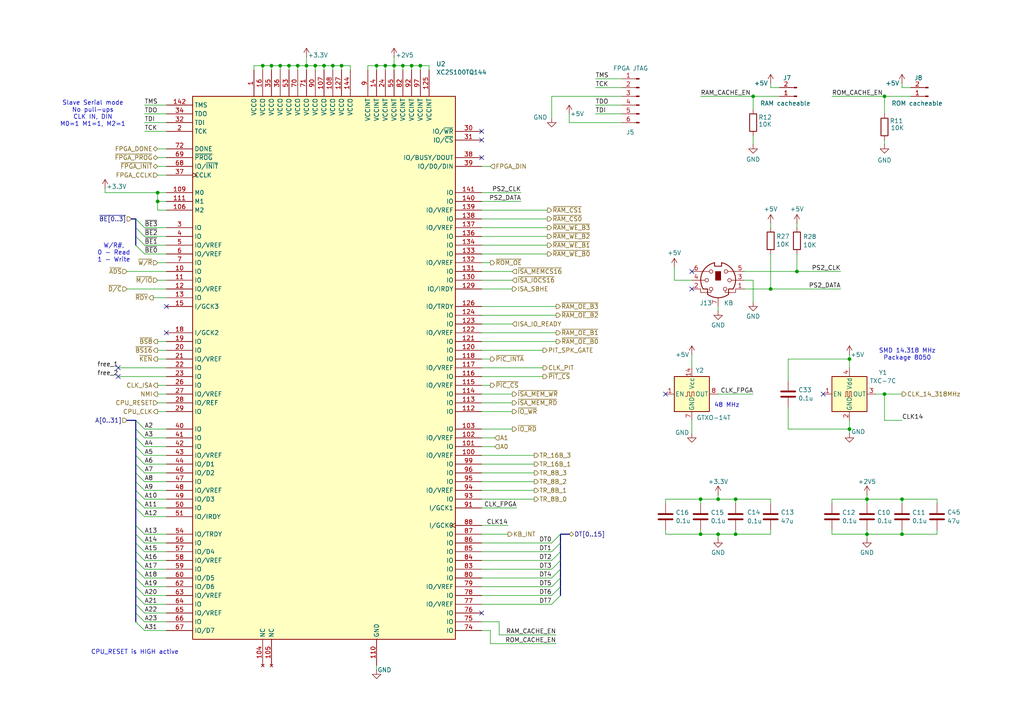
<source format=kicad_sch>
(kicad_sch (version 20250114) (generator "eeschema") (generator_version "9.0")
  (paper "A4")
  (title_block (title "486 Homebrew Computer") (date "2025-12-15") (rev "1 (sch 2.0)") (company "maniek86.xyz"))
  (lib_symbols
    (symbol "Connector:Conn_01x02_Pin" (pin_names (offset 1.016) (hide yes))
      (property "Reference" "J" (at 0 2.54 0))
      (property "Value" "Conn_01x02_Pin" (at 0 -5.08 0))
      (symbol "Conn_01x02_Pin_1_1"
        (pin passive line (at 5.08 0 180) (length 3.81) (name "Pin_1") (number "1"))
        (pin passive line (at 5.08 -2.54 180) (length 3.81) (name "Pin_2") (number "2"))
      )
    )
    (symbol "Connector:Conn_01x06_Pin" (pin_names (offset 1.016) (hide yes))
      (property "Reference" "J" (at 0 7.62 0))
      (property "Value" "Conn_01x06_Pin" (at 0 -10.16 0))
      (symbol "Conn_01x06_Pin_1_1"
        (pin passive line (at 5.08 5.08 180) (length 3.81) (name "Pin_1") (number "1"))
        (pin passive line (at 5.08 2.54 180) (length 3.81) (name "Pin_2") (number "2"))
        (pin passive line (at 5.08 0 180) (length 3.81) (name "Pin_3") (number "3"))
        (pin passive line (at 5.08 -2.54 180) (length 3.81) (name "Pin_4") (number "4"))
        (pin passive line (at 5.08 -5.08 180) (length 3.81) (name "Pin_5") (number "5"))
        (pin passive line (at 5.08 -7.62 180) (length 3.81) (name "Pin_6") (number "6"))
      )
    )
    (symbol "Connector:Mini-DIN-6" (pin_names (offset 1.016))
      (property "Reference" "J13" (at -3.556 -6.604 0))
      (property "Value" "KB" (at 3.048 -6.604 0))
      (symbol "Mini-DIN-6_1_1"
        (pin passive line (at -7.62 2.54 0) (length 2.54) (name "~") (number "6"))
        (pin passive line (at -7.62 0 0) (length 2.54) (name "~") (number "4"))
        (pin passive line (at -7.62 -2.54 0) (length 2.54) (name "~") (number "2"))
        (pin input line (at 0 -7.62 90) (length 2.54) (name "") (number "7"))
        (pin passive line (at 7.62 2.54 180) (length 2.54) (name "~") (number "5"))
        (pin passive line (at 7.62 0 180) (length 2.54) (name "~") (number "3"))
        (pin passive line (at 7.62 -2.54 180) (length 2.54) (name "~") (number "1"))
      )
    )
    (symbol "Device:C" (pin_numbers (hide yes)) (pin_names (offset 0.254))
      (property "Reference" "C" (at 0.635 2.54 0))
      (property "Value" "C" (at 0.635 -2.54 0))
      (symbol "C_1_1"
        (pin passive line (at 0 3.81 270) (length 2.794) (name "~") (number "1"))
        (pin passive line (at 0 -3.81 90) (length 2.794) (name "~") (number "2"))
      )
    )
    (symbol "Device:R" (pin_numbers (hide yes)) (pin_names (offset 0))
      (property "Reference" "R" (at 2.032 0 90))
      (property "Value" "R" (at 0 0 90))
      (symbol "R_1_1"
        (pin passive line (at 0 3.81 270) (length 1.27) (name "~") (number "1"))
        (pin passive line (at 0 -3.81 90) (length 1.27) (name "~") (number "2"))
      )
    )
    (symbol "Oscillator:GTXO-14T" (pin_names (offset 0.254))
      (property "Reference" "Y" (at -5.08 6.35 0))
      (property "Value" "GTXO-14T" (at 1.27 -6.35 0))
      (symbol "GTXO-14T_1_1"
        (pin input line (at -7.62 0 0) (length 2.54) (name "EN") (number "1"))
        (pin power_in line (at 0 7.62 270) (length 2.54) (name "Vcc") (number "14"))
        (pin power_in line (at 0 -7.62 90) (length 2.54) (name "GND") (number "7"))
        (pin output line (at 7.62 0 180) (length 2.54) (name "OUT") (number "8"))
      )
    )
    (symbol "Oscillator:TXC-7C" (pin_names (offset 0.254))
      (property "Reference" "Y" (at -5.08 6.35 0))
      (property "Value" "TXC-7C" (at 1.27 -6.35 0))
      (symbol "TXC-7C_1_1"
        (pin input line (at -7.62 0 0) (length 2.54) (name "EN") (number "1"))
        (pin power_in line (at 0 7.62 270) (length 2.54) (name "Vdd") (number "4"))
        (pin power_in line (at 0 -7.62 90) (length 2.54) (name "GND") (number "2"))
        (pin output line (at 7.62 0 180) (length 2.54) (name "OUT") (number "3"))
      )
    )
    (symbol "power:+2V5" (power) (pin_numbers (hide yes)) (pin_names (offset 0) (hide yes))
      (property "Value" "+2V5" (at 0 3.556 0))
      (symbol "+2V5_1_1"
        (pin power_in line (at 0 0 90) (length 0) (name "~") (number "1"))
      )
    )
    (symbol "power:+3.3V" (power) (pin_numbers (hide yes)) (pin_names (offset 0) (hide yes))
      (property "Value" "+3.3V" (at 0 3.556 0))
      (symbol "+3.3V_1_1"
        (pin power_in line (at 0 0 90) (length 0) (name "~") (number "1"))
      )
    )
    (symbol "power:+5V" (power) (pin_numbers (hide yes)) (pin_names (offset 0) (hide yes))
      (property "Value" "+5V" (at 0 3.556 0))
      (symbol "+5V_1_1"
        (pin power_in line (at 0 0 90) (length 0) (name "~") (number "1"))
      )
    )
    (symbol "power:GND" (power) (pin_numbers (hide yes)) (pin_names (offset 0) (hide yes))
      (property "Value" "GND" (at 0 -3.81 0))
      (symbol "GND_1_1"
        (pin power_in line (at 0 0 270) (length 0) (name "~") (number "1"))
      )
    )
    (symbol "sbc486_additional:xc2s100-tqfp144-fix"
      (property "Reference" "U" (at 33.2713 80.3501 0))
      (property "Value" "XC2S100TQ144" (at -30.2287 80.6041 0))
      (symbol "xc2s100-tqfp144-fix_1_1"
        (pin input line (at -45.72 76.2 0) (length 7.62) (name "TMS") (number "142"))
        (pin output line (at -45.72 73.66 0) (length 7.62) (name "TDO") (number "34"))
        (pin input line (at -45.72 71.12 0) (length 7.62) (name "TDI") (number "32"))
        (pin input line (at -45.72 68.58 0) (length 7.62) (name "TCK") (number "2"))
        (pin open_collector line (at -45.72 63.5 0) (length 7.62) (name "DONE") (number "72"))
        (pin input line (at -45.72 60.96 0) (length 7.62) (name "~{PROG}") (number "69"))
        (pin bidirectional line (at -45.72 58.42 0) (length 7.62) (name "IO/~{INIT}") (number "68"))
        (pin input clock (at -45.72 55.88 0) (length 7.62) (name "CCLK") (number "37"))
        (pin input line (at -45.72 50.8 0) (length 7.62) (name "M0") (number "109"))
        (pin input line (at -45.72 48.26 0) (length 7.62) (name "M1") (number "111"))
        (pin input line (at -45.72 45.72 0) (length 7.62) (name "M2") (number "106"))
        (pin bidirectional line (at -45.72 40.64 0) (length 7.62) (name "IO") (number "3"))
        (pin bidirectional line (at -45.72 38.1 0) (length 7.62) (name "IO") (number "4"))
        (pin bidirectional line (at -45.72 35.56 0) (length 7.62) (name "IO/VREF") (number "5"))
        (pin bidirectional line (at -45.72 33.02 0) (length 7.62) (name "IO/VREF") (number "6"))
        (pin bidirectional line (at -45.72 30.48 0) (length 7.62) (name "IO") (number "7"))
        (pin bidirectional line (at -45.72 27.94 0) (length 7.62) (name "IO") (number "10"))
        (pin bidirectional line (at -45.72 25.4 0) (length 7.62) (name "IO") (number "11"))
        (pin bidirectional line (at -45.72 22.86 0) (length 7.62) (name "IO/VREF") (number "12"))
        (pin bidirectional line (at -45.72 20.32 0) (length 7.62) (name "IO") (number "13"))
        (pin input line (at -45.72 17.78 0) (length 7.62) (name "I/GCK3") (number "15"))
        (pin input line (at -45.72 10.16 0) (length 7.62) (name "I/GCK2") (number "18"))
        (pin bidirectional line (at -45.72 7.62 0) (length 7.62) (name "IO") (number "19"))
        (pin bidirectional line (at -45.72 5.08 0) (length 7.62) (name "IO") (number "20"))
        (pin bidirectional line (at -45.72 2.54 0) (length 7.62) (name "IO/VREF") (number "21"))
        (pin bidirectional line (at -45.72 0 0) (length 7.62) (name "IO") (number "22"))
        (pin bidirectional line (at -45.72 -2.54 0) (length 7.62) (name "IO") (number "23"))
        (pin bidirectional line (at -45.72 -5.08 0) (length 7.62) (name "IO") (number "26"))
        (pin bidirectional line (at -45.72 -7.62 0) (length 7.62) (name "IO/VREF") (number "27"))
        (pin bidirectional line (at -45.72 -10.16 0) (length 7.62) (name "IO/REF") (number "28"))
        (pin bidirectional line (at -45.72 -12.7 0) (length 7.62) (name "IO") (number "29"))
        (pin bidirectional line (at -45.72 -17.78 0) (length 7.62) (name "IO") (number "40"))
        (pin bidirectional line (at -45.72 -20.32 0) (length 7.62) (name "IO") (number "41"))
        (pin bidirectional line (at -45.72 -22.86 0) (length 7.62) (name "IO") (number "42"))
        (pin bidirectional line (at -45.72 -25.4 0) (length 7.62) (name "IO/VREF") (number "43"))
        (pin bidirectional line (at -45.72 -27.94 0) (length 7.62) (name "IO/D1") (number "44"))
        (pin bidirectional line (at -45.72 -30.48 0) (length 7.62) (name "IO/D2") (number "46"))
        (pin bidirectional line (at -45.72 -33.02 0) (length 7.62) (name "IO") (number "47"))
        (pin bidirectional line (at -45.72 -35.56 0) (length 7.62) (name "IO/VREF") (number "48"))
        (pin bidirectional line (at -45.72 -38.1 0) (length 7.62) (name "IO/D3") (number "49"))
        (pin bidirectional line (at -45.72 -40.64 0) (length 7.62) (name "IO") (number "50"))
        (pin bidirectional line (at -45.72 -43.18 0) (length 7.62) (name "IO/IRDY") (number "51"))
        (pin bidirectional line (at -45.72 -48.26 0) (length 7.62) (name "IO/TRDY") (number "54"))
        (pin bidirectional line (at -45.72 -50.8 0) (length 7.62) (name "IO") (number "56"))
        (pin bidirectional line (at -45.72 -53.34 0) (length 7.62) (name "IO/D4") (number "57"))
        (pin bidirectional line (at -45.72 -55.88 0) (length 7.62) (name "IO/VREF") (number "58"))
        (pin bidirectional line (at -45.72 -58.42 0) (length 7.62) (name "IO") (number "59"))
        (pin bidirectional line (at -45.72 -60.96 0) (length 7.62) (name "IO/D5") (number "60"))
        (pin bidirectional line (at -45.72 -63.5 0) (length 7.62) (name "IO/D6") (number "62"))
        (pin bidirectional line (at -45.72 -66.04 0) (length 7.62) (name "IO/VREF") (number "63"))
        (pin bidirectional line (at -45.72 -68.58 0) (length 7.62) (name "IO") (number "64"))
        (pin bidirectional line (at -45.72 -71.12 0) (length 7.62) (name "IO/VREF") (number "65"))
        (pin bidirectional line (at -45.72 -73.66 0) (length 7.62) (name "IO") (number "66"))
        (pin bidirectional line (at -45.72 -76.2 0) (length 7.62) (name "IO/D7") (number "67"))
        (pin power_in line (at -20.32 86.36 270) (length 7.62) (name "VCCO") (number "1"))
        (pin power_in line (at -17.78 86.36 270) (length 7.62) (name "VCCO") (number "16"))
        (pin no_connect line (at -17.78 -86.36 90) (length 7.62) (name "NC") (number "104"))
        (pin power_in line (at -15.24 86.36 270) (length 7.62) (name "VCCO") (number "35"))
        (pin no_connect line (at -15.24 -86.36 90) (length 7.62) (name "NC") (number "105"))
        (pin power_in line (at -12.7 86.36 270) (length 7.62) (name "VCCO") (number "36"))
        (pin power_in line (at -10.16 86.36 270) (length 7.62) (name "VCCO") (number "53"))
        (pin power_in line (at -7.62 86.36 270) (length 7.62) (name "VCCO") (number "70"))
        (pin power_in line (at -5.08 86.36 270) (length 7.62) (name "VCCO") (number "71"))
        (pin power_in line (at -2.54 86.36 270) (length 7.62) (name "VCCO") (number "90"))
        (pin power_in line (at 0 86.36 270) (length 7.62) (name "VCCO") (number "107"))
        (pin power_in line (at 2.54 86.36 270) (length 7.62) (name "VCCO") (number "108"))
        (pin power_in line (at 5.08 86.36 270) (length 7.62) (name "VCCO") (number "127"))
        (pin passive line (at 7.62 86.36 270) (length 7.62) (name "VCCO") (number "144"))
        (pin power_in line (at 12.7 86.36 270) (length 7.62) (name "VCCINT") (number "9"))
        (pin power_in line (at 15.24 86.36 270) (length 7.62) (name "VCCINT") (number "14"))
        (pin power_in line (at 15.24 -86.36 90) (length 7.62) (name "GND") (number "110"))
        (pin passive line (at 15.24 -86.36 90) (length 7.62) (hide yes) (name "GND") (number "119"))
        (pin passive line (at 15.24 -86.36 90) (length 7.62) (hide yes) (name "GND") (number "128"))
        (pin passive line (at 15.24 -86.36 90) (length 7.62) (hide yes) (name "GND") (number "135"))
        (pin passive line (at 15.24 -86.36 90) (length 7.62) (hide yes) (name "GND") (number "143"))
        (pin passive line (at 15.24 -86.36 90) (length 7.62) (hide yes) (name "GND") (number "17"))
        (pin passive line (at 15.24 -86.36 90) (length 7.62) (hide yes) (name "GND") (number "25"))
        (pin passive line (at 15.24 -86.36 90) (length 7.62) (hide yes) (name "GND") (number "33"))
        (pin passive line (at 15.24 -86.36 90) (length 7.62) (hide yes) (name "GND") (number "45"))
        (pin passive line (at 15.24 -86.36 90) (length 7.62) (hide yes) (name "GND") (number "52"))
        (pin passive line (at 15.24 -86.36 90) (length 7.62) (hide yes) (name "GND") (number "61"))
        (pin passive line (at 15.24 -86.36 90) (length 7.62) (hide yes) (name "GND") (number "73"))
        (pin passive line (at 15.24 -86.36 90) (length 7.62) (hide yes) (name "GND") (number "8"))
        (pin passive line (at 15.24 -86.36 90) (length 7.62) (hide yes) (name "GND") (number "81"))
        (pin passive line (at 15.24 -86.36 90) (length 7.62) (hide yes) (name "GND") (number "89"))
        (pin passive line (at 15.24 -86.36 90) (length 7.62) (hide yes) (name "GND") (number "98"))
        (pin power_in line (at 17.78 86.36 270) (length 7.62) (name "VCCINT") (number "24"))
        (pin power_in line (at 20.32 86.36 270) (length 7.62) (name "VCCINT") (number "55"))
        (pin power_in line (at 22.86 86.36 270) (length 7.62) (name "VCCINT") (number "82"))
        (pin power_in line (at 25.4 86.36 270) (length 7.62) (name "VCCINT") (number "92"))
        (pin power_in line (at 27.94 86.36 270) (length 7.62) (name "VCCINT") (number "97"))
        (pin power_in line (at 30.48 86.36 270) (length 7.62) (name "VCCINT") (number "125"))
        (pin bidirectional line (at 45.72 68.58 180) (length 7.62) (name "IO/~{WR}") (number "30"))
        (pin bidirectional line (at 45.72 66.04 180) (length 7.62) (name "IO/~{CS}") (number "31"))
        (pin output line (at 45.72 60.96 180) (length 7.62) (name "IO/BUSY/DOUT") (number "38"))
        (pin bidirectional line (at 45.72 58.42 180) (length 7.62) (name "IO/D0/DIN") (number "39"))
        (pin bidirectional line (at 45.72 50.8 180) (length 7.62) (name "IO") (number "141"))
        (pin bidirectional line (at 45.72 48.26 180) (length 7.62) (name "IO") (number "140"))
        (pin bidirectional line (at 45.72 45.72 180) (length 7.62) (name "IO/VREF") (number "139"))
        (pin bidirectional line (at 45.72 43.18 180) (length 7.62) (name "IO") (number "138"))
        (pin bidirectional line (at 45.72 40.64 180) (length 7.62) (name "IO/VREF") (number "137"))
        (pin bidirectional line (at 45.72 38.1 180) (length 7.62) (name "IO") (number "136"))
        (pin bidirectional line (at 45.72 35.56 180) (length 7.62) (name "IO") (number "134"))
        (pin bidirectional line (at 45.72 33.02 180) (length 7.62) (name "IO") (number "133"))
        (pin bidirectional line (at 45.72 30.48 180) (length 7.62) (name "IO/VREF") (number "132"))
        (pin bidirectional line (at 45.72 27.94 180) (length 7.62) (name "IO") (number "131"))
        (pin bidirectional line (at 45.72 25.4 180) (length 7.62) (name "IO") (number "130"))
        (pin bidirectional line (at 45.72 22.86 180) (length 7.62) (name "IO/IRDY") (number "129"))
        (pin bidirectional line (at 45.72 17.78 180) (length 7.62) (name "IO/TRDY") (number "126"))
        (pin bidirectional line (at 45.72 15.24 180) (length 7.62) (name "IO") (number "124"))
        (pin bidirectional line (at 45.72 12.7 180) (length 7.62) (name "IO") (number "123"))
        (pin bidirectional line (at 45.72 10.16 180) (length 7.62) (name "IO/VREF") (number "122"))
        (pin bidirectional line (at 45.72 7.62 180) (length 7.62) (name "IO") (number "121"))
        (pin bidirectional line (at 45.72 5.08 180) (length 7.62) (name "IO") (number "120"))
        (pin bidirectional line (at 45.72 2.54 180) (length 7.62) (name "IO") (number "118"))
        (pin bidirectional line (at 45.72 0 180) (length 7.62) (name "IO/VREF") (number "117"))
        (pin bidirectional line (at 45.72 -2.54 180) (length 7.62) (name "IO") (number "116"))
        (pin bidirectional line (at 45.72 -5.08 180) (length 7.62) (name "IO/VREF") (number "115"))
        (pin bidirectional line (at 45.72 -7.62 180) (length 7.62) (name "IO") (number "114"))
        (pin bidirectional line (at 45.72 -10.16 180) (length 7.62) (name "IO") (number "113"))
        (pin bidirectional line (at 45.72 -12.7 180) (length 7.62) (name "IO") (number "112"))
        (pin bidirectional line (at 45.72 -17.78 180) (length 7.62) (name "IO") (number "103"))
        (pin bidirectional line (at 45.72 -20.32 180) (length 7.62) (name "IO/VREF") (number "102"))
        (pin bidirectional line (at 45.72 -22.86 180) (length 7.62) (name "IO") (number "101"))
        (pin bidirectional line (at 45.72 -25.4 180) (length 7.62) (name "IO/VREF") (number "100"))
        (pin bidirectional line (at 45.72 -27.94 180) (length 7.62) (name "IO") (number "99"))
        (pin bidirectional line (at 45.72 -30.48 180) (length 7.62) (name "IO") (number "96"))
        (pin bidirectional line (at 45.72 -33.02 180) (length 7.62) (name "IO") (number "95"))
        (pin bidirectional line (at 45.72 -35.56 180) (length 7.62) (name "IO/VREF") (number "94"))
        (pin bidirectional line (at 45.72 -38.1 180) (length 7.62) (name "IO") (number "93"))
        (pin input line (at 45.72 -40.64 180) (length 7.62) (name "I/GCK1") (number "91"))
        (pin input clock (at 45.72 -45.72 180) (length 7.62) (name "I/GCK0") (number "88"))
        (pin bidirectional line (at 45.72 -48.26 180) (length 7.62) (name "IO") (number "87"))
        (pin bidirectional line (at 45.72 -50.8 180) (length 7.62) (name "IO") (number "86"))
        (pin bidirectional line (at 45.72 -53.34 180) (length 7.62) (name "IO") (number "85"))
        (pin bidirectional line (at 45.72 -55.88 180) (length 7.62) (name "IO") (number "84"))
        (pin bidirectional line (at 45.72 -58.42 180) (length 7.62) (name "IO") (number "83"))
        (pin bidirectional line (at 45.72 -60.96 180) (length 7.62) (name "IO") (number "80"))
        (pin bidirectional line (at 45.72 -63.5 180) (length 7.62) (name "IO/VREF") (number "79"))
        (pin bidirectional line (at 45.72 -66.04 180) (length 7.62) (name "IO") (number "78"))
        (pin bidirectional line (at 45.72 -68.58 180) (length 7.62) (name "IO/VREF") (number "77"))
        (pin bidirectional line (at 45.72 -71.12 180) (length 7.62) (name "IO") (number "76"))
        (pin bidirectional line (at 45.72 -73.66 180) (length 7.62) (name "IO") (number "75"))
        (pin bidirectional line (at 45.72 -76.2 180) (length 7.62) (name "IO") (number "74"))
      )
    )
  )
  (text "CPU_RESET is HIGH active" (at 39.116 189.23 0) (effects (font (size 1.27 1.27))))
  (text "Slave Serial mode\nNo pull-ups\nCLK IN, DIN\nM0=1 M1=1, M2=1" (at 26.924 33.02 0) (effects (font (size 1.27 1.27))))
  (text "48 MHz" (at 210.82 117.602 0) (effects (font (size 1.27 1.27))))
  (text "SMD 14.318 MHz\nPackage 8050" (at 263.144 102.87 0) (effects (font (size 1.27 1.27))))
  (text "W/R#,\n0 - Read\n1 - Write" (at 33.02 73.406 0) (effects (font (size 1.27 1.27))))
  (junction (at 251.46 144.78))
  (junction (at 76.2 19.05))
  (junction (at 213.36 154.94))
  (junction (at 223.52 83.82))
  (junction (at 231.14 78.74))
  (junction (at 96.52 19.05))
  (junction (at 208.28 144.78))
  (junction (at 256.54 114.3))
  (junction (at 213.36 144.78))
  (junction (at 246.38 124.46))
  (junction (at 121.92 19.05))
  (junction (at 111.76 19.05))
  (junction (at 261.62 154.94))
  (junction (at 109.22 19.05))
  (junction (at 114.3 19.05))
  (junction (at 116.84 19.05))
  (junction (at 218.44 27.94))
  (junction (at 203.2 144.78))
  (junction (at 88.9 19.05))
  (junction (at 78.74 19.05))
  (junction (at 256.54 27.94))
  (junction (at 99.06 19.05))
  (junction (at 251.46 154.94))
  (junction (at 203.2 154.94))
  (junction (at 45.72 58.42))
  (junction (at 261.62 144.78))
  (junction (at 83.82 19.05))
  (junction (at 93.98 19.05))
  (junction (at 246.38 104.14))
  (junction (at 208.28 154.94))
  (junction (at 119.38 19.05))
  (junction (at 45.72 55.88))
  (junction (at 91.44 19.05))
  (junction (at 81.28 19.05))
  (junction (at 86.36 19.05))
  (no_connect (at 34.29 109.22))
  (no_connect (at 238.76 114.3))
  (no_connect (at 139.7 45.72))
  (no_connect (at 48.26 88.9))
  (no_connect (at 139.7 38.1))
  (no_connect (at 139.7 40.64))
  (no_connect (at 48.26 96.52))
  (no_connect (at 193.04 114.3))
  (no_connect (at 200.66 78.74))
  (no_connect (at 139.7 177.8))
  (no_connect (at 34.29 106.68))
  (no_connect (at 200.66 83.82))
  (bus_entry (at 41.91 139.7) (size -2.54 -2.54))
  (bus_entry (at 41.91 180.34) (size -2.54 -2.54))
  (bus_entry (at 41.91 132.08) (size -2.54 -2.54))
  (bus_entry (at 41.91 165.1) (size -2.54 -2.54))
  (bus_entry (at 41.91 154.94) (size -2.54 -2.54))
  (bus_entry (at 41.91 134.62) (size -2.54 -2.54))
  (bus_entry (at 160.02 175.26) (size 2.54 -2.54))
  (bus_entry (at 41.91 137.16) (size -2.54 -2.54))
  (bus_entry (at 41.91 129.54) (size -2.54 -2.54))
  (bus_entry (at 41.91 68.58) (size -2.54 -2.54))
  (bus_entry (at 41.91 144.78) (size -2.54 -2.54))
  (bus_entry (at 41.91 170.18) (size -2.54 -2.54))
  (bus_entry (at 41.91 172.72) (size -2.54 -2.54))
  (bus_entry (at 41.91 162.56) (size -2.54 -2.54))
  (bus_entry (at 41.91 147.32) (size -2.54 -2.54))
  (bus_entry (at 41.91 73.66) (size -2.54 -2.54))
  (bus_entry (at 41.91 124.46) (size -2.54 -2.54))
  (bus_entry (at 41.91 142.24) (size -2.54 -2.54))
  (bus_entry (at 41.91 167.64) (size -2.54 -2.54))
  (bus_entry (at 160.02 167.64) (size 2.54 -2.54))
  (bus_entry (at 41.91 157.48) (size -2.54 -2.54))
  (bus_entry (at 41.91 71.12) (size -2.54 -2.54))
  (bus_entry (at 41.91 175.26) (size -2.54 -2.54))
  (bus_entry (at 41.91 66.04) (size -2.54 -2.54))
  (bus_entry (at 160.02 165.1) (size 2.54 -2.54))
  (bus_entry (at 41.91 149.86) (size -2.54 -2.54))
  (bus_entry (at 41.91 160.02) (size -2.54 -2.54))
  (bus_entry (at 160.02 157.48) (size 2.54 -2.54))
  (bus_entry (at 41.91 127) (size -2.54 -2.54))
  (bus_entry (at 160.02 170.18) (size 2.54 -2.54))
  (bus_entry (at 160.02 160.02) (size 2.54 -2.54))
  (bus_entry (at 160.02 172.72) (size 2.54 -2.54))
  (bus_entry (at 160.02 162.56) (size 2.54 -2.54))
  (bus_entry (at 41.91 177.8) (size -2.54 -2.54))
  (bus_entry (at 41.91 182.88) (size -2.54 -2.54))
  (wire (pts (xy 228.6 110.49) (xy 228.6 104.14)))
  (wire (pts (xy 208.28 114.3) (xy 218.44 114.3)))
  (wire (pts (xy 41.91 180.34) (xy 48.26 180.34)))
  (wire (pts (xy 45.72 114.3) (xy 48.26 114.3)))
  (wire (pts (xy 165.1 33.02) (xy 165.1 35.56)))
  (wire (pts (xy 246.38 102.87) (xy 246.38 104.14)))
  (wire (pts (xy 45.72 76.2) (xy 48.26 76.2)))
  (wire (pts (xy 41.91 172.72) (xy 48.26 172.72)))
  (bus (pts (xy 162.56 162.56) (xy 162.56 160.02)))
  (wire (pts (xy 193.04 154.94) (xy 193.04 153.67)))
  (bus (pts (xy 162.56 157.48) (xy 162.56 154.94)))
  (bus (pts (xy 38.1 63.5) (xy 39.37 63.5)))
  (wire (pts (xy 45.72 45.72) (xy 48.26 45.72)))
  (wire (pts (xy 172.72 22.86) (xy 180.34 22.86)))
  (wire (pts (xy 139.7 83.82) (xy 148.59 83.82)))
  (wire (pts (xy 81.28 19.05) (xy 81.28 20.32)))
  (wire (pts (xy 261.62 154.94) (xy 261.62 153.67)))
  (wire (pts (xy 139.7 58.42) (xy 151.13 58.42)))
  (wire (pts (xy 203.2 144.78) (xy 193.04 144.78)))
  (wire (pts (xy 109.22 19.05) (xy 111.76 19.05)))
  (wire (pts (xy 213.36 144.78) (xy 213.36 146.05)))
  (wire (pts (xy 41.91 147.32) (xy 48.26 147.32)))
  (wire (pts (xy 86.36 19.05) (xy 86.36 20.32)))
  (wire (pts (xy 271.78 144.78) (xy 271.78 146.05)))
  (wire (pts (xy 139.7 170.18) (xy 160.02 170.18)))
  (wire (pts (xy 45.72 43.18) (xy 48.26 43.18)))
  (wire (pts (xy 200.66 121.92) (xy 200.66 125.73)))
  (wire (pts (xy 261.62 24.13) (xy 261.62 25.4)))
  (wire (pts (xy 203.2 27.94) (xy 218.44 27.94)))
  (wire (pts (xy 41.91 162.56) (xy 48.26 162.56)))
  (wire (pts (xy 119.38 19.05) (xy 121.92 19.05)))
  (wire (pts (xy 213.36 154.94) (xy 208.28 154.94)))
  (wire (pts (xy 139.7 129.54) (xy 143.51 129.54)))
  (wire (pts (xy 208.28 154.94) (xy 208.28 156.21)))
  (wire (pts (xy 139.7 137.16) (xy 154.94 137.16)))
  (wire (pts (xy 139.7 76.2) (xy 142.24 76.2)))
  (bus (pts (xy 162.56 154.94) (xy 165.1 154.94)))
  (wire (pts (xy 223.52 144.78) (xy 223.52 146.05)))
  (bus (pts (xy 39.37 172.72) (xy 39.37 170.18)))
  (bus (pts (xy 162.56 165.1) (xy 162.56 162.56)))
  (bus (pts (xy 39.37 134.62) (xy 39.37 137.16)))
  (wire (pts (xy 48.26 60.96) (xy 45.72 60.96)))
  (wire (pts (xy 139.7 71.12) (xy 158.75 71.12)))
  (wire (pts (xy 139.7 104.14) (xy 142.24 104.14)))
  (wire (pts (xy 139.7 139.7) (xy 154.94 139.7)))
  (wire (pts (xy 78.74 19.05) (xy 81.28 19.05)))
  (wire (pts (xy 139.7 119.38) (xy 148.59 119.38)))
  (bus (pts (xy 39.37 68.58) (xy 39.37 71.12)))
  (wire (pts (xy 246.38 125.73) (xy 246.38 124.46)))
  (wire (pts (xy 139.7 154.94) (xy 147.32 154.94)))
  (wire (pts (xy 142.24 186.69) (xy 142.24 182.88)))
  (bus (pts (xy 39.37 142.24) (xy 39.37 144.78)))
  (wire (pts (xy 45.72 119.38) (xy 48.26 119.38)))
  (bus (pts (xy 39.37 162.56) (xy 39.37 160.02)))
  (wire (pts (xy 213.36 153.67) (xy 213.36 154.94)))
  (bus (pts (xy 39.37 66.04) (xy 39.37 68.58)))
  (wire (pts (xy 144.78 184.15) (xy 161.29 184.15)))
  (wire (pts (xy 200.66 102.87) (xy 200.66 106.68)))
  (bus (pts (xy 39.37 167.64) (xy 39.37 170.18)))
  (wire (pts (xy 256.54 27.94) (xy 264.16 27.94)))
  (wire (pts (xy 41.91 33.02) (xy 48.26 33.02)))
  (wire (pts (xy 218.44 27.94) (xy 226.06 27.94)))
  (wire (pts (xy 139.7 48.26) (xy 142.24 48.26)))
  (wire (pts (xy 144.78 184.15) (xy 144.78 180.34)))
  (wire (pts (xy 251.46 144.78) (xy 251.46 146.05)))
  (wire (pts (xy 45.72 101.6) (xy 48.26 101.6)))
  (wire (pts (xy 139.7 165.1) (xy 160.02 165.1)))
  (bus (pts (xy 39.37 177.8) (xy 39.37 180.34)))
  (wire (pts (xy 41.91 137.16) (xy 48.26 137.16)))
  (wire (pts (xy 41.91 170.18) (xy 48.26 170.18)))
  (bus (pts (xy 39.37 147.32) (xy 39.37 144.78)))
  (wire (pts (xy 41.91 124.46) (xy 48.26 124.46)))
  (wire (pts (xy 41.91 175.26) (xy 48.26 175.26)))
  (wire (pts (xy 41.91 142.24) (xy 48.26 142.24)))
  (wire (pts (xy 139.7 147.32) (xy 149.86 147.32)))
  (wire (pts (xy 193.04 144.78) (xy 193.04 146.05)))
  (wire (pts (xy 88.9 19.05) (xy 88.9 16.51)))
  (wire (pts (xy 139.7 111.76) (xy 142.24 111.76)))
  (wire (pts (xy 109.22 193.04) (xy 109.22 194.31)))
  (wire (pts (xy 109.22 19.05) (xy 106.68 19.05)))
  (wire (pts (xy 203.2 153.67) (xy 203.2 154.94)))
  (wire (pts (xy 86.36 19.05) (xy 88.9 19.05)))
  (wire (pts (xy 93.98 19.05) (xy 93.98 20.32)))
  (bus (pts (xy 39.37 157.48) (xy 39.37 160.02)))
  (wire (pts (xy 114.3 16.51) (xy 114.3 19.05)))
  (wire (pts (xy 195.58 81.28) (xy 200.66 81.28)))
  (bus (pts (xy 39.37 132.08) (xy 39.37 134.62)))
  (bus (pts (xy 39.37 124.46) (xy 39.37 121.92)))
  (wire (pts (xy 261.62 144.78) (xy 261.62 146.05)))
  (wire (pts (xy 218.44 41.91) (xy 218.44 39.37)))
  (wire (pts (xy 45.72 60.96) (xy 45.72 58.42)))
  (wire (pts (xy 231.14 78.74) (xy 243.84 78.74)))
  (wire (pts (xy 246.38 104.14) (xy 246.38 106.68)))
  (wire (pts (xy 111.76 19.05) (xy 114.3 19.05)))
  (bus (pts (xy 39.37 165.1) (xy 39.37 162.56)))
  (wire (pts (xy 256.54 41.91) (xy 256.54 40.64)))
  (wire (pts (xy 251.46 154.94) (xy 261.62 154.94)))
  (wire (pts (xy 124.46 19.05) (xy 124.46 20.32)))
  (wire (pts (xy 256.54 121.92) (xy 261.62 121.92)))
  (wire (pts (xy 99.06 19.05) (xy 99.06 20.32)))
  (wire (pts (xy 223.52 83.82) (xy 243.84 83.82)))
  (wire (pts (xy 41.91 139.7) (xy 48.26 139.7)))
  (wire (pts (xy 215.9 83.82) (xy 223.52 83.82)))
  (wire (pts (xy 241.3 144.78) (xy 251.46 144.78)))
  (wire (pts (xy 106.68 19.05) (xy 106.68 20.32)))
  (wire (pts (xy 228.6 104.14) (xy 246.38 104.14)))
  (wire (pts (xy 101.6 19.05) (xy 101.6 20.32)))
  (wire (pts (xy 139.7 175.26) (xy 160.02 175.26)))
  (wire (pts (xy 172.72 25.4) (xy 180.34 25.4)))
  (wire (pts (xy 215.9 78.74) (xy 231.14 78.74)))
  (wire (pts (xy 139.7 88.9) (xy 161.29 88.9)))
  (wire (pts (xy 139.7 55.88) (xy 151.13 55.88)))
  (wire (pts (xy 271.78 153.67) (xy 271.78 154.94)))
  (wire (pts (xy 41.91 154.94) (xy 48.26 154.94)))
  (wire (pts (xy 93.98 19.05) (xy 96.52 19.05)))
  (wire (pts (xy 241.3 154.94) (xy 251.46 154.94)))
  (wire (pts (xy 139.7 157.48) (xy 160.02 157.48)))
  (bus (pts (xy 39.37 172.72) (xy 39.37 175.26)))
  (wire (pts (xy 41.91 35.56) (xy 48.26 35.56)))
  (wire (pts (xy 41.91 167.64) (xy 48.26 167.64)))
  (wire (pts (xy 139.7 66.04) (xy 158.75 66.04)))
  (wire (pts (xy 218.44 27.94) (xy 218.44 31.75)))
  (wire (pts (xy 139.7 124.46) (xy 148.59 124.46)))
  (wire (pts (xy 160.02 27.94) (xy 160.02 34.29)))
  (wire (pts (xy 139.7 78.74) (xy 148.59 78.74)))
  (wire (pts (xy 41.91 30.48) (xy 48.26 30.48)))
  (wire (pts (xy 76.2 19.05) (xy 78.74 19.05)))
  (wire (pts (xy 264.16 25.4) (xy 261.62 25.4)))
  (wire (pts (xy 88.9 19.05) (xy 88.9 20.32)))
  (wire (pts (xy 41.91 157.48) (xy 48.26 157.48)))
  (wire (pts (xy 45.72 58.42) (xy 45.72 55.88)))
  (wire (pts (xy 41.91 68.58) (xy 48.26 68.58)))
  (wire (pts (xy 41.91 129.54) (xy 48.26 129.54)))
  (wire (pts (xy 121.92 19.05) (xy 124.46 19.05)))
  (wire (pts (xy 41.91 38.1) (xy 48.26 38.1)))
  (wire (pts (xy 41.91 132.08) (xy 48.26 132.08)))
  (wire (pts (xy 41.91 177.8) (xy 48.26 177.8)))
  (wire (pts (xy 139.7 144.78) (xy 154.94 144.78)))
  (wire (pts (xy 96.52 19.05) (xy 99.06 19.05)))
  (wire (pts (xy 223.52 153.67) (xy 223.52 154.94)))
  (wire (pts (xy 139.7 167.64) (xy 160.02 167.64)))
  (bus (pts (xy 39.37 147.32) (xy 39.37 152.4)))
  (bus (pts (xy 39.37 165.1) (xy 39.37 167.64)))
  (wire (pts (xy 111.76 19.05) (xy 111.76 20.32)))
  (wire (pts (xy 73.66 19.05) (xy 76.2 19.05)))
  (wire (pts (xy 251.46 153.67) (xy 251.46 154.94)))
  (wire (pts (xy 45.72 50.8) (xy 48.26 50.8)))
  (wire (pts (xy 208.28 88.9) (xy 208.28 90.17)))
  (wire (pts (xy 76.2 19.05) (xy 76.2 20.32)))
  (wire (pts (xy 172.72 30.48) (xy 180.34 30.48)))
  (wire (pts (xy 83.82 19.05) (xy 83.82 20.32)))
  (wire (pts (xy 195.58 77.47) (xy 195.58 81.28)))
  (wire (pts (xy 256.54 27.94) (xy 256.54 33.02)))
  (bus (pts (xy 39.37 129.54) (xy 39.37 127)))
  (wire (pts (xy 139.7 134.62) (xy 154.94 134.62)))
  (wire (pts (xy 41.91 134.62) (xy 48.26 134.62)))
  (wire (pts (xy 251.46 143.51) (xy 251.46 144.78)))
  (wire (pts (xy 139.7 93.98) (xy 148.59 93.98)))
  (wire (pts (xy 41.91 144.78) (xy 48.26 144.78)))
  (wire (pts (xy 78.74 19.05) (xy 78.74 20.32)))
  (wire (pts (xy 96.52 19.05) (xy 96.52 20.32)))
  (wire (pts (xy 114.3 19.05) (xy 116.84 19.05)))
  (wire (pts (xy 208.28 144.78) (xy 203.2 144.78)))
  (wire (pts (xy 144.78 180.34) (xy 139.7 180.34)))
  (wire (pts (xy 83.82 19.05) (xy 81.28 19.05)))
  (wire (pts (xy 30.48 55.88) (xy 45.72 55.88)))
  (wire (pts (xy 109.22 19.05) (xy 109.22 20.32)))
  (bus (pts (xy 39.37 152.4) (xy 39.37 154.94)))
  (wire (pts (xy 223.52 73.66) (xy 223.52 83.82)))
  (wire (pts (xy 213.36 154.94) (xy 223.52 154.94)))
  (wire (pts (xy 226.06 25.4) (xy 223.52 25.4)))
  (wire (pts (xy 45.72 58.42) (xy 48.26 58.42)))
  (wire (pts (xy 241.3 144.78) (xy 241.3 146.05)))
  (wire (pts (xy 139.7 114.3) (xy 148.59 114.3)))
  (wire (pts (xy 41.91 73.66) (xy 48.26 73.66)))
  (wire (pts (xy 208.28 143.51) (xy 208.28 144.78)))
  (wire (pts (xy 261.62 154.94) (xy 271.78 154.94)))
  (wire (pts (xy 139.7 60.96) (xy 158.75 60.96)))
  (wire (pts (xy 45.72 111.76) (xy 48.26 111.76)))
  (wire (pts (xy 44.45 86.36) (xy 48.26 86.36)))
  (wire (pts (xy 147.32 152.4) (xy 139.7 152.4)))
  (wire (pts (xy 203.2 144.78) (xy 203.2 146.05)))
  (wire (pts (xy 73.66 20.32) (xy 73.66 19.05)))
  (bus (pts (xy 162.56 167.64) (xy 162.56 165.1)))
  (bus (pts (xy 39.37 132.08) (xy 39.37 129.54)))
  (wire (pts (xy 34.29 106.68) (xy 48.26 106.68)))
  (wire (pts (xy 142.24 186.69) (xy 161.29 186.69)))
  (wire (pts (xy 142.24 182.88) (xy 139.7 182.88)))
  (wire (pts (xy 88.9 19.05) (xy 91.44 19.05)))
  (wire (pts (xy 91.44 19.05) (xy 91.44 20.32)))
  (wire (pts (xy 231.14 73.66) (xy 231.14 78.74)))
  (wire (pts (xy 45.72 55.88) (xy 48.26 55.88)))
  (wire (pts (xy 251.46 144.78) (xy 261.62 144.78)))
  (wire (pts (xy 139.7 99.06) (xy 161.29 99.06)))
  (wire (pts (xy 215.9 81.28) (xy 218.44 81.28)))
  (wire (pts (xy 172.72 33.02) (xy 180.34 33.02)))
  (wire (pts (xy 246.38 121.92) (xy 246.38 124.46)))
  (wire (pts (xy 256.54 114.3) (xy 261.62 114.3)))
  (wire (pts (xy 45.72 81.28) (xy 48.26 81.28)))
  (wire (pts (xy 139.7 172.72) (xy 160.02 172.72)))
  (wire (pts (xy 139.7 132.08) (xy 154.94 132.08)))
  (wire (pts (xy 41.91 160.02) (xy 48.26 160.02)))
  (bus (pts (xy 39.37 142.24) (xy 39.37 139.7)))
  (wire (pts (xy 251.46 154.94) (xy 251.46 156.21)))
  (wire (pts (xy 41.91 149.86) (xy 48.26 149.86)))
  (bus (pts (xy 39.37 137.16) (xy 39.37 139.7)))
  (wire (pts (xy 41.91 127) (xy 48.26 127)))
  (wire (pts (xy 139.7 91.44) (xy 161.29 91.44)))
  (wire (pts (xy 139.7 106.68) (xy 157.48 106.68)))
  (wire (pts (xy 223.52 24.13) (xy 223.52 25.4)))
  (wire (pts (xy 223.52 64.77) (xy 223.52 66.04)))
  (wire (pts (xy 228.6 124.46) (xy 246.38 124.46)))
  (wire (pts (xy 121.92 19.05) (xy 121.92 20.32)))
  (wire (pts (xy 261.62 144.78) (xy 271.78 144.78)))
  (wire (pts (xy 41.91 66.04) (xy 48.26 66.04)))
  (bus (pts (xy 36.83 121.92) (xy 39.37 121.92)))
  (wire (pts (xy 231.14 64.77) (xy 231.14 66.04)))
  (wire (pts (xy 228.6 118.11) (xy 228.6 124.46)))
  (wire (pts (xy 45.72 48.26) (xy 48.26 48.26)))
  (wire (pts (xy 114.3 19.05) (xy 114.3 20.32)))
  (wire (pts (xy 99.06 19.05) (xy 101.6 19.05)))
  (wire (pts (xy 45.72 99.06) (xy 48.26 99.06)))
  (wire (pts (xy 218.44 81.28) (xy 218.44 87.63)))
  (wire (pts (xy 213.36 144.78) (xy 208.28 144.78)))
  (wire (pts (xy 139.7 160.02) (xy 160.02 160.02)))
  (wire (pts (xy 139.7 73.66) (xy 158.75 73.66)))
  (wire (pts (xy 139.7 162.56) (xy 160.02 162.56)))
  (bus (pts (xy 162.56 170.18) (xy 162.56 167.64)))
  (wire (pts (xy 45.72 104.14) (xy 48.26 104.14)))
  (bus (pts (xy 39.37 63.5) (xy 39.37 66.04)))
  (wire (pts (xy 36.83 78.74) (xy 48.26 78.74)))
  (wire (pts (xy 41.91 165.1) (xy 48.26 165.1)))
  (wire (pts (xy 139.7 81.28) (xy 148.59 81.28)))
  (bus (pts (xy 162.56 160.02) (xy 162.56 157.48)))
  (bus (pts (xy 162.56 172.72) (xy 162.56 170.18)))
  (wire (pts (xy 41.91 182.88) (xy 48.26 182.88)))
  (wire (pts (xy 34.29 109.22) (xy 48.26 109.22)))
  (wire (pts (xy 241.3 27.94) (xy 256.54 27.94)))
  (wire (pts (xy 254 114.3) (xy 256.54 114.3)))
  (wire (pts (xy 139.7 96.52) (xy 161.29 96.52)))
  (wire (pts (xy 203.2 154.94) (xy 193.04 154.94)))
  (wire (pts (xy 91.44 19.05) (xy 93.98 19.05)))
  (wire (pts (xy 41.91 71.12) (xy 48.26 71.12)))
  (bus (pts (xy 39.37 124.46) (xy 39.37 127)))
  (wire (pts (xy 139.7 127) (xy 143.51 127)))
  (wire (pts (xy 139.7 63.5) (xy 158.75 63.5)))
  (wire (pts (xy 256.54 114.3) (xy 256.54 121.92)))
  (wire (pts (xy 139.7 101.6) (xy 157.48 101.6)))
  (wire (pts (xy 119.38 19.05) (xy 119.38 20.32)))
  (bus (pts (xy 39.37 175.26) (xy 39.37 177.8)))
  (wire (pts (xy 160.02 27.94) (xy 180.34 27.94)))
  (wire (pts (xy 86.36 19.05) (xy 83.82 19.05)))
  (wire (pts (xy 36.83 83.82) (xy 48.26 83.82)))
  (wire (pts (xy 139.7 142.24) (xy 154.94 142.24)))
  (wire (pts (xy 208.28 154.94) (xy 203.2 154.94)))
  (wire (pts (xy 165.1 35.56) (xy 180.34 35.56)))
  (wire (pts (xy 30.48 54.61) (xy 30.48 55.88)))
  (wire (pts (xy 139.7 109.22) (xy 157.48 109.22)))
  (wire (pts (xy 241.3 153.67) (xy 241.3 154.94)))
  (wire (pts (xy 116.84 19.05) (xy 119.38 19.05)))
  (bus (pts (xy 39.37 154.94) (xy 39.37 157.48)))
  (wire (pts (xy 213.36 144.78) (xy 223.52 144.78)))
  (wire (pts (xy 45.72 116.84) (xy 48.26 116.84)))
  (wire (pts (xy 139.7 68.58) (xy 158.75 68.58)))
  (wire (pts (xy 139.7 116.84) (xy 148.59 116.84)))
  (wire (pts (xy 116.84 19.05) (xy 116.84 20.32)))
  (label "TDO" (at 41.91 33.02 0))
  (label "RAM_CACHE_EN" (at 161.29 184.15 180))
  (label "A17" (at 41.91 165.1 0))
  (label "DT3" (at 160.02 165.1 180))
  (label "A9" (at 41.91 142.24 0))
  (label "PS2_CLK" (at 151.13 55.88 180))
  (label "TDI" (at 41.91 35.56 0))
  (label "free_2" (at 34.29 109.22 180))
  (label "PS2_DATA" (at 243.84 83.82 180))
  (label "A20" (at 41.91 172.72 0))
  (label "TMS" (at 172.72 22.86 0))
  (label "TCK" (at 172.72 25.4 0))
  (label "A22" (at 41.91 177.8 0))
  (label "A11" (at 41.91 147.32 0))
  (label "~{BE3}" (at 41.91 66.04 0))
  (label "DT0" (at 160.02 157.48 180))
  (label "A8" (at 41.91 139.7 0))
  (label "TDI" (at 172.72 33.02 0))
  (label "A10" (at 41.91 144.78 0))
  (label "A13" (at 41.91 154.94 0))
  (label "TDO" (at 172.72 30.48 0))
  (label "A18" (at 41.91 167.64 0))
  (label "A6" (at 41.91 134.62 0))
  (label "DT1" (at 160.02 160.02 180))
  (label "TMS" (at 41.91 30.48 0))
  (label "A31" (at 41.91 182.88 0))
  (label "A4" (at 41.91 129.54 0))
  (label "A14" (at 41.91 157.48 0))
  (label "DT4" (at 160.02 167.64 180))
  (label "A19" (at 41.91 170.18 0))
  (label "CLK14" (at 261.62 121.92 0))
  (label "A12" (at 41.91 149.86 0))
  (label "DT6" (at 160.02 172.72 180))
  (label "RAM_CACHE_EN" (at 203.2 27.94 0))
  (label "~{BE0}" (at 41.91 73.66 0))
  (label "CLK14" (at 147.32 152.4 180))
  (label "ROM_CACHE_EN" (at 161.29 186.69 180))
  (label "PS2_DATA" (at 151.13 58.42 180))
  (label "ROM_CACHE_EN" (at 241.3 27.94 0))
  (label "A5" (at 41.91 132.08 0))
  (label "~{BE1}" (at 41.91 71.12 0))
  (label "A21" (at 41.91 175.26 0))
  (label "DT7" (at 160.02 175.26 180))
  (label "~{BE2}" (at 41.91 68.58 0))
  (label "DT5" (at 160.02 170.18 180))
  (label "TCK" (at 41.91 38.1 0))
  (label "A3" (at 41.91 127 0))
  (label "PS2_CLK" (at 243.84 78.74 180))
  (label "A15" (at 41.91 160.02 0))
  (label "A2" (at 41.91 124.46 0))
  (label "A23" (at 41.91 180.34 0))
  (label "DT2" (at 160.02 162.56 180))
  (label "CLK_FPGA" (at 149.86 147.32 180))
  (label "A7" (at 41.91 137.16 0))
  (label "CLK_FPGA" (at 218.44 114.3 180))
  (label "free_1" (at 34.29 106.68 180))
  (label "A16" (at 41.91 162.56 0))
  (hierarchical_label "~{KEN}" (shape output) (at 45.72 104.14 180))
  (hierarchical_label "~{FPGA_PROG}" (shape bidirectional) (at 45.72 45.72 180))
  (hierarchical_label "~{FPGA_INIT}" (shape bidirectional) (at 45.72 48.26 180))
  (hierarchical_label "~{ADS}" (shape input) (at 36.83 78.74 180))
  (hierarchical_label "CPU_CLK" (shape output) (at 45.72 119.38 180))
  (hierarchical_label "~{IO_WR}" (shape output) (at 148.59 119.38 0))
  (hierarchical_label "PIT_SPK_GATE" (shape output) (at 157.48 101.6 0))
  (hierarchical_label "CLK_14_318MHz" (shape output) (at 261.62 114.3 0))
  (hierarchical_label "CPU_RESET" (shape input) (at 45.72 116.84 180))
  (hierarchical_label "~{RAM_OE_B3}" (shape output) (at 161.29 88.9 0))
  (hierarchical_label "TR_16B_1" (shape output) (at 154.94 134.62 0))
  (hierarchical_label "~{ISA_MEM_RD}" (shape output) (at 148.59 116.84 0))
  (hierarchical_label "~{ISA_IOCS16}" (shape input) (at 148.59 81.28 0))
  (hierarchical_label "~{PIC_CS}" (shape output) (at 142.24 111.76 0))
  (hierarchical_label "~{RAM_OE_B1}" (shape output) (at 161.29 96.52 0))
  (hierarchical_label "FPGA_DIN" (shape input) (at 142.24 48.26 0))
  (hierarchical_label "FPGA_DONE" (shape bidirectional) (at 45.72 43.18 180))
  (hierarchical_label "TR_8B_3" (shape output) (at 154.94 137.16 0))
  (hierarchical_label "TR_8B_1" (shape output) (at 154.94 142.24 0))
  (hierarchical_label "~{RAM_WE_B3}" (shape output) (at 158.75 66.04 0))
  (hierarchical_label "A0" (shape input) (at 143.51 129.54 0))
  (hierarchical_label "DT[0..15]" (shape bidirectional) (at 165.1 154.94 0))
  (hierarchical_label "~{PIT_CS}" (shape output) (at 157.48 109.22 0))
  (hierarchical_label "CLK_PIT" (shape output) (at 157.48 106.68 0))
  (hierarchical_label "~{W{slash}R}" (shape input) (at 45.72 76.2 180))
  (hierarchical_label "NMI" (shape output) (at 45.72 114.3 180))
  (hierarchical_label "~{RAM_OE_B0}" (shape output) (at 161.29 99.06 0))
  (hierarchical_label "~{RAM_CS0}" (shape output) (at 158.75 63.5 0))
  (hierarchical_label "KB_INT" (shape output) (at 147.32 154.94 0))
  (hierarchical_label "ISA_IO_READY" (shape input) (at 148.59 93.98 0))
  (hierarchical_label "TR_8B_2" (shape output) (at 154.94 139.7 0))
  (hierarchical_label "~{IO_RD}" (shape output) (at 148.59 124.46 0))
  (hierarchical_label "~{RAM_WE_B2}" (shape output) (at 158.75 68.58 0))
  (hierarchical_label "CLK_ISA" (shape output) (at 45.72 111.76 180))
  (hierarchical_label "FPGA_CCLK" (shape input) (at 45.72 50.8 180))
  (hierarchical_label "ISA_SBHE" (shape output) (at 148.59 83.82 0))
  (hierarchical_label "~{ISA_MEMCS16}" (shape input) (at 148.59 78.74 0))
  (hierarchical_label "A1" (shape input) (at 143.51 127 0))
  (hierarchical_label "~{BS8}" (shape output) (at 45.72 99.06 180))
  (hierarchical_label "~{BS16}" (shape output) (at 45.72 101.6 180))
  (hierarchical_label "~{RAM_WE_B1}" (shape output) (at 158.75 71.12 0))
  (hierarchical_label "~{RDY}" (shape output) (at 44.45 86.36 180))
  (hierarchical_label "~{ROM_OE}" (shape output) (at 142.24 76.2 0))
  (hierarchical_label "~{ISA_MEM_WR}" (shape output) (at 148.59 114.3 0))
  (hierarchical_label "~{D{slash}C}" (shape input) (at 36.83 83.82 180))
  (hierarchical_label "~{RAM_CS1}" (shape output) (at 158.75 60.96 0))
  (hierarchical_label "~{BE[0..3]}" (shape input) (at 38.1 63.5 180))
  (hierarchical_label "TR_16B_3" (shape output) (at 154.94 132.08 0))
  (hierarchical_label "A[0..31]" (shape input) (at 36.83 121.92 180))
  (hierarchical_label "~{PIC_INTA}" (shape output) (at 142.24 104.14 0))
  (hierarchical_label "~{RAM_OE_B2}" (shape output) (at 161.29 91.44 0))
  (hierarchical_label "~{M{slash}IO}" (shape input) (at 45.72 81.28 180))
  (hierarchical_label "TR_8B_0" (shape output) (at 154.94 144.78 0))
  (hierarchical_label "~{RAM_WE_B0}" (shape output) (at 158.75 73.66 0))
  (symbol (lib_id "Device:C") (at 261.62 149.86 180) (unit 1)
    (property "Reference" "C11" (at 264.541 148.6478 0) (effects (justify right)))
    (property "Value" "0.1u" (at 264.541 151.0721 0) (effects (justify right)))
    (property "Footprint" "Capacitor_SMD:C_0805_2012Metric_Pad1.18x1.45mm_HandSolder" (effects (hide yes)))
    (property "Description" "Unpolarized capacitor" (effects (hide yes)))
  )
  (symbol (lib_id "power:GND") (at 208.28 156.21 0) (unit 1)
    (property "Reference" "#PWR0110" (effects (hide yes)))
    (property "Value" "GND" (at 208.28 160.274 0))
    (property "Description" "Power symbol creates a global label with name \"GND\" , ground" (effects (hide yes)))
  )
  (symbol (lib_id "Connector:Conn_01x02_Pin") (at 231.14 27.94 180) (unit 1)
    (property "Reference" "J7" (at 227.076 22.606 0) (effects (justify right)))
    (property "Value" "RAM cacheable" (at 220.472 29.972 0) (effects (justify right)))
    (property "Footprint" "Connector_PinHeader_2.54mm:PinHeader_1x02_P2.54mm_Vertical" (effects (hide yes)))
    (property "Description" "Generic connector, single row, 01x02, script generated" (effects (hide yes)))
  )
  (symbol (lib_id "Device:C") (at 213.36 149.86 180) (unit 1)
    (property "Reference" "C14" (at 216.662 148.59 0) (effects (justify right)))
    (property "Value" "0.1u" (at 216.662 151.13 0) (effects (justify right)))
    (property "Footprint" "Capacitor_SMD:C_0805_2012Metric_Pad1.18x1.45mm_HandSolder" (effects (hide yes)))
    (property "Description" "Unpolarized capacitor" (effects (hide yes)))
  )
  (symbol (lib_id "Device:C") (at 193.04 149.86 180) (unit 1)
    (property "Reference" "C16" (at 195.961 148.6478 0) (effects (justify right)))
    (property "Value" "0.1u" (at 195.961 151.0721 0) (effects (justify right)))
    (property "Footprint" "Capacitor_SMD:C_0805_2012Metric_Pad1.18x1.45mm_HandSolder" (effects (hide yes)))
    (property "Description" "Unpolarized capacitor" (effects (hide yes)))
  )
  (symbol (lib_id "Device:C") (at 251.46 149.86 180) (unit 1)
    (property "Reference" "C10" (at 254.381 148.6478 0) (effects (justify right)))
    (property "Value" "0.1u" (at 254.381 151.0721 0) (effects (justify right)))
    (property "Footprint" "Capacitor_SMD:C_0805_2012Metric_Pad1.18x1.45mm_HandSolder" (effects (hide yes)))
    (property "Description" "Unpolarized capacitor" (effects (hide yes)))
  )
  (symbol (lib_id "power:+5V") (at 261.62 24.13 0) (unit 1)
    (property "Reference" "#PWR085" (effects (hide yes)))
    (property "Value" "+5V" (at 258.826 24.13 0))
    (property "Description" "Power symbol creates a global label with name \"+5V\"" (effects (hide yes)))
  )
  (symbol (lib_id "power:+5V") (at 200.66 102.87 0) (unit 1)
    (property "Reference" "#PWR059" (effects (hide yes)))
    (property "Value" "+5V" (at 197.866 102.87 0))
    (property "Description" "Power symbol creates a global label with name \"+5V\"" (effects (hide yes)))
  )
  (symbol (lib_id "Connector:Mini-DIN-6") (at 208.28 81.28 0) (unit 1)
    (property "Reference" "J13" (at 204.724 87.884 0))
    (property "Value" "KB" (at 211.328 87.884 0))
    (property "Footprint" "486custom:Connector_Mini-DIN_Female_6Pin_2rows" (effects (hide yes)))
    (property "Datasheet" "http://service.powerdynamics.com/ec/Catalog17/Section%2011.pdf" (effects (hide yes)))
    (property "Description" "6-pin Mini-DIN connector" (effects (hide yes)))
  )
  (symbol (lib_id "power:GND") (at 160.02 34.29 0) (unit 1)
    (property "Reference" "#PWR077" (effects (hide yes)))
    (property "Value" "GND" (at 156.718 34.036 0))
    (property "Description" "Power symbol creates a global label with name \"GND\" , ground" (effects (hide yes)))
  )
  (symbol (lib_id "power:+5V") (at 223.52 64.77 0) (unit 1)
    (property "Reference" "#PWR0166" (effects (hide yes)))
    (property "Value" "+5V" (at 223.52 60.6369 0))
    (property "Description" "Power symbol creates a global label with name \"+5V\"" (effects (hide yes)))
  )
  (symbol (lib_id "Device:R") (at 223.52 69.85 180) (unit 1)
    (property "Reference" "R27" (at 227.076 68.58 0))
    (property "Value" "10K" (at 227.076 70.866 0))
    (property "Footprint" "Resistor_SMD:R_0805_2012Metric_Pad1.20x1.40mm_HandSolder" (effects (hide yes)))
    (property "Description" "Resistor" (effects (hide yes)))
  )
  (symbol (lib_id "power:GND") (at 218.44 87.63 0) (unit 1)
    (property "Reference" "#PWR0164" (effects (hide yes)))
    (property "Value" "GND" (at 218.44 91.7631 0))
    (property "Description" "Power symbol creates a global label with name \"GND\" , ground" (effects (hide yes)))
  )
  (symbol (lib_id "Device:R") (at 256.54 36.83 0) (unit 1)
    (property "Reference" "R11" (at 258.064 35.052 0) (effects (justify left)))
    (property "Value" "10K" (at 258.318 37.084 0) (effects (justify left)))
    (property "Footprint" "Resistor_SMD:R_0805_2012Metric_Pad1.20x1.40mm_HandSolder" (effects (hide yes)))
    (property "Description" "Resistor" (effects (hide yes)))
  )
  (symbol (lib_id "power:+3.3V") (at 88.9 16.51 0) (unit 1)
    (property "Reference" "#PWR09" (effects (hide yes)))
    (property "Value" "+3.3V" (at 92.202 16.002 0))
    (property "Description" "Power symbol creates a global label with name \"+3.3V\"" (effects (hide yes)))
  )
  (symbol (lib_id "Device:C") (at 203.2 149.86 180) (unit 1)
    (property "Reference" "C15" (at 206.121 148.6478 0) (effects (justify right)))
    (property "Value" "0.1u" (at 206.121 151.0721 0) (effects (justify right)))
    (property "Footprint" "Capacitor_SMD:C_0805_2012Metric_Pad1.18x1.45mm_HandSolder" (effects (hide yes)))
    (property "Description" "Unpolarized capacitor" (effects (hide yes)))
  )
  (symbol (lib_id "Connector:Conn_01x06_Pin") (at 185.42 27.94 0) (mirror y) (unit 1)
    (property "Reference" "J5" (at 181.61 38.354 0) (effects (justify right)))
    (property "Value" "FPGA JTAG" (at 177.8 19.812 0) (effects (justify right)))
    (property "Footprint" "Connector_PinHeader_2.54mm:PinHeader_1x06_P2.54mm_Vertical" (effects (hide yes)))
    (property "Description" "Generic connector, single row, 01x06, script generated" (effects (hide yes)))
  )
  (symbol (lib_id "Device:C") (at 223.52 149.86 180) (unit 1)
    (property "Reference" "C13" (at 226.441 148.5899 0) (effects (justify right)))
    (property "Value" "47u" (at 226.441 151.1299 0) (effects (justify right)))
    (property "Footprint" "Capacitor_SMD:C_1210_3225Metric" (effects (hide yes)))
    (property "Description" "Unpolarized capacitor" (effects (hide yes)))
  )
  (symbol (lib_id "power:GND") (at 246.38 125.73 0) (unit 1)
    (property "Reference" "#PWR027" (effects (hide yes)))
    (property "Value" "GND" (at 248.92 125.222 0))
    (property "Description" "Power symbol creates a global label with name \"GND\" , ground" (effects (hide yes)))
  )
  (symbol (lib_id "Connector:Conn_01x02_Pin") (at 269.24 27.94 180) (unit 1)
    (property "Reference" "J8" (at 265.176 22.606 0) (effects (justify right)))
    (property "Value" "ROM cacheable" (at 258.572 29.972 0) (effects (justify right)))
    (property "Footprint" "Connector_PinHeader_2.54mm:PinHeader_1x02_P2.54mm_Vertical" (effects (hide yes)))
    (property "Description" "Generic connector, single row, 01x02, script generated" (effects (hide yes)))
  )
  (symbol (lib_id "power:+2V5") (at 114.3 16.51 0) (unit 1)
    (property "Reference" "#PWR011" (effects (hide yes)))
    (property "Value" "+2V5" (at 117.348 16.002 0))
    (property "Description" "Power symbol creates a global label with name \"+2V5\"" (effects (hide yes)))
  )
  (symbol (lib_id "power:GND") (at 218.44 41.91 0) (unit 1)
    (property "Reference" "#PWR084" (effects (hide yes)))
    (property "Value" "GND" (at 218.44 46.228 0))
    (property "Description" "Power symbol creates a global label with name \"GND\" , ground" (effects (hide yes)))
  )
  (symbol (lib_id "Oscillator:TXC-7C") (at 246.38 114.3 0) (unit 1)
    (property "Reference" "Y1" (at 256.0827 108.0534 0))
    (property "Value" "TXC-7C" (at 256.0827 110.4777 0))
    (property "Footprint" "Oscillator:Oscillator_SMD_SeikoEpson_SG8002CA-4Pin_7.0x5.0mm_HandSoldering" (effects (hide yes)))
    (property "Datasheet" "http://www.txccorp.com/download/products/osc/7C_o.pdf" (effects (hide yes)))
    (property "Description" "CMOS SMD Crystal Clock Oscillator, TXC" (effects (hide yes)))
  )
  (symbol (lib_id "Device:R") (at 218.44 35.56 0) (unit 1)
    (property "Reference" "R12" (at 219.964 34.036 0) (effects (justify left)))
    (property "Value" "10K" (at 219.964 36.068 0) (effects (justify left)))
    (property "Footprint" "Resistor_SMD:R_0805_2012Metric_Pad1.20x1.40mm_HandSolder" (effects (hide yes)))
    (property "Description" "Resistor" (effects (hide yes)))
  )
  (symbol (lib_id "power:GND") (at 208.28 90.17 0) (unit 1)
    (property "Reference" "#PWR0168" (effects (hide yes)))
    (property "Value" "GND" (at 208.28 94.3031 0))
    (property "Description" "Power symbol creates a global label with name \"GND\" , ground" (effects (hide yes)))
  )
  (symbol (lib_id "power:+2V5") (at 251.46 143.51 0) (unit 1)
    (property "Reference" "#PWR0171" (effects (hide yes)))
    (property "Value" "+2V5" (at 251.46 139.7 0))
    (property "Description" "Power symbol creates a global label with name \"+2V5\"" (effects (hide yes)))
  )
  (symbol (lib_id "power:+5V") (at 246.38 102.87 0) (unit 1)
    (property "Reference" "#PWR026" (effects (hide yes)))
    (property "Value" "+5V" (at 248.666 102.87 0))
    (property "Description" "Power symbol creates a global label with name \"+5V\"" (effects (hide yes)))
  )
  (symbol (lib_id "power:GND") (at 200.66 125.73 0) (unit 1)
    (property "Reference" "#PWR060" (effects (hide yes)))
    (property "Value" "GND" (at 197.866 125.476 0))
    (property "Description" "Power symbol creates a global label with name \"GND\" , ground" (effects (hide yes)))
  )
  (symbol (lib_id "power:GND") (at 109.22 194.31 0) (unit 1)
    (property "Reference" "#PWR010" (effects (hide yes)))
    (property "Value" "GND" (at 111.506 194.31 0))
    (property "Description" "Power symbol creates a global label with name \"GND\" , ground" (effects (hide yes)))
  )
  (symbol (lib_id "power:+5V") (at 231.14 64.77 0) (unit 1)
    (property "Reference" "#PWR0167" (effects (hide yes)))
    (property "Value" "+5V" (at 231.14 60.6369 0))
    (property "Description" "Power symbol creates a global label with name \"+5V\"" (effects (hide yes)))
  )
  (symbol (lib_id "power:+3.3V") (at 208.28 143.51 0) (unit 1)
    (property "Reference" "#PWR0170" (effects (hide yes)))
    (property "Value" "+3.3V" (at 208.28 139.7 0))
    (property "Description" "Power symbol creates a global label with name \"+3.3V\"" (effects (hide yes)))
  )
  (symbol (lib_id "power:+5V") (at 165.1 33.02 0) (unit 1)
    (property "Reference" "#PWR078" (effects (hide yes)))
    (property "Value" "+5V" (at 167.386 33.02 0))
    (property "Description" "Power symbol creates a global label with name \"+5V\"" (effects (hide yes)))
  )
  (symbol (lib_id "Device:C") (at 271.78 149.86 180) (unit 1)
    (property "Reference" "C45" (at 274.701 148.5899 0) (effects (justify right)))
    (property "Value" "47u" (at 274.701 151.1299 0) (effects (justify right)))
    (property "Footprint" "Capacitor_SMD:C_1210_3225Metric" (effects (hide yes)))
    (property "Description" "Unpolarized capacitor" (effects (hide yes)))
  )
  (symbol (lib_id "sbc486_additional:xc2s100-tqfp144-fix") (at 93.98 106.68 0) (unit 1)
    (property "Reference" "U2" (at 126.492 18.542 0) (effects (justify left)))
    (property "Value" "XC2S100TQ144" (at 126.492 20.9663 0) (effects (justify left)))
    (property "Footprint" "Package_QFP:TQFP-144_20x20mm_P0.5mm" (effects (hide yes)))
    (property "Datasheet" "xilinx/spartan2e/spartan2e.pdf" (effects (hide yes)))
    (property "Description" "spartan 2" (effects (hide yes)))
  )
  (symbol (lib_id "Device:R") (at 231.14 69.85 0) (unit 1)
    (property "Reference" "R28" (at 232.918 68.6378 0) (effects (justify left)))
    (property "Value" "10K" (at 232.918 71.0621 0) (effects (justify left)))
    (property "Footprint" "Resistor_SMD:R_0805_2012Metric_Pad1.20x1.40mm_HandSolder" (effects (hide yes)))
    (property "Description" "Resistor" (effects (hide yes)))
  )
  (symbol (lib_id "power:+3.3V") (at 30.48 54.61 0) (unit 1)
    (property "Reference" "#PWR0101" (effects (hide yes)))
    (property "Value" "+3.3V" (at 33.782 54.102 0))
    (property "Description" "Power symbol creates a global label with name \"+3.3V\"" (effects (hide yes)))
  )
  (symbol (lib_id "power:+5V") (at 223.52 24.13 0) (unit 1)
    (property "Reference" "#PWR083" (effects (hide yes)))
    (property "Value" "+5V" (at 220.726 24.13 0))
    (property "Description" "Power symbol creates a global label with name \"+5V\"" (effects (hide yes)))
  )
  (symbol (lib_id "power:+5V") (at 195.58 77.47 0) (unit 1)
    (property "Reference" "#PWR0165" (effects (hide yes)))
    (property "Value" "+5V" (at 195.58 73.3369 0))
    (property "Description" "Power symbol creates a global label with name \"+5V\"" (effects (hide yes)))
  )
  (symbol (lib_id "Device:C") (at 228.6 114.3 180) (unit 1)
    (property "Reference" "C33" (at 231.521 113.0878 0) (effects (justify right)))
    (property "Value" "0.1u" (at 231.521 115.5121 0) (effects (justify right)))
    (property "Footprint" "Capacitor_SMD:C_0805_2012Metric_Pad1.18x1.45mm_HandSolder" (effects (hide yes)))
    (property "Description" "Unpolarized capacitor" (effects (hide yes)))
  )
  (symbol (lib_id "Oscillator:GTXO-14T") (at 200.66 114.3 0) (unit 1)
    (property "Reference" "Y2" (at 202.946 107.442 0))
    (property "Value" "GTXO-14T" (at 207.01 121.158 0))
    (property "Footprint" "Oscillator:Oscillator_DIP-14" (effects (hide yes)))
    (property "Datasheet" "http://www.golledge.com/pdf/products/tcxos/gtxo14.pdf" (effects (hide yes)))
    (property "Description" "Crystal Clock Oscillator, DIP14-style metal package" (effects (hide yes)))
  )
  (symbol (lib_id "Device:C") (at 241.3 149.86 180) (unit 1)
    (property "Reference" "C12" (at 244.221 148.6478 0) (effects (justify right)))
    (property "Value" "0.1u" (at 244.221 151.0721 0) (effects (justify right)))
    (property "Footprint" "Capacitor_SMD:C_0805_2012Metric_Pad1.18x1.45mm_HandSolder" (effects (hide yes)))
    (property "Description" "Unpolarized capacitor" (effects (hide yes)))
  )
  (symbol (lib_id "power:GND") (at 256.54 41.91 0) (unit 1)
    (property "Reference" "#PWR086" (effects (hide yes)))
    (property "Value" "GND" (at 256.54 46.482 0))
    (property "Description" "Power symbol creates a global label with name \"GND\" , ground" (effects (hide yes)))
  )
  (symbol (lib_id "power:GND") (at 251.46 156.21 0) (unit 1)
    (property "Reference" "#PWR0109" (effects (hide yes)))
    (property "Value" "GND" (at 251.46 160.274 0))
    (property "Description" "Power symbol creates a global label with name \"GND\" , ground" (effects (hide yes)))
  )
)
</source>
